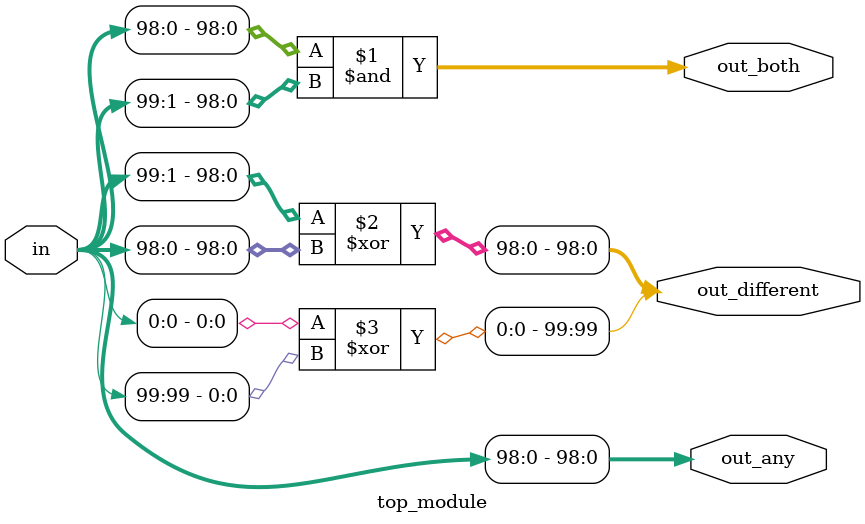
<source format=sv>
module top_module (
	input [99:0] in,
	output [98:0] out_both,
	output [99:1] out_any,
	output [99:0] out_different
);

	assign out_both = in[98:0] & in[99:1];
	assign out_any = in[99:0];
	assign out_different = {in[0] ^ in[99], in[99:1] ^ in[98:0]};
	
endmodule

</source>
